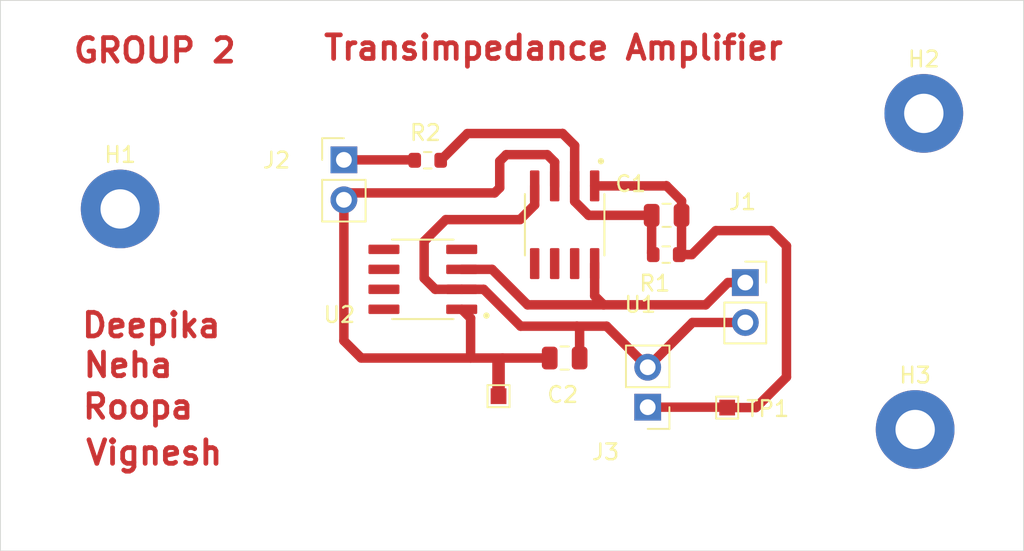
<source format=kicad_pcb>
(kicad_pcb (version 20241229) (generator "pcbnew") (generator_version "9.0")
  (layers (0 "F.Cu" signal) (2 "B.Cu" signal) (13 "F.Paste" user) (15 "B.Paste" user) (5 "F.SilkS" user "F.Silkscreen") (7 "B.SilkS" user "B.Silkscreen") (1 "F.Mask" user) (3 "B.Mask" user) (25 "Edge.Cuts" user))
  (net 0 "")
  (net 1 "/OUT")
  (net 2 "/Vin")
  (net 3 "+9V")
  (net 4 "GND")
  (net 5 "/Vgnd")
  (net 6 "Net-(J2-Pin_1)")
  (footprint "MountingHole:MountingHole_2.5mm_Pad" (layer "F.Cu") (at 158.125 109.8)
    (property "Reference" "H3" (at 0 -3.45 0) (layer "F.SilkS"))
    (property "Value" "MountingHole")
    (pad "1" thru_hole circle (at 0 0) (size 5 5) (drill 2.5) (layers "*.Cu" "*.Mask"))
  )
  (footprint "Capacitor_SMD:C_0805_2012Metric" (layer "F.Cu") (at 142.335 96.18)
    (property "Reference" "C1" (at -2.275 -2 0) (layer "F.SilkS"))
    (property "Value" "318p")
    (fp_line (start -0.261252 -0.735) (end 0.261252 -0.735) (stroke (width 0.12)) (layer "F.SilkS"))
    (fp_line (start -0.261252 0.735) (end 0.261252 0.735) (stroke (width 0.12)) (layer "F.SilkS"))
    (pad "1" smd roundrect (at -0.95 0) (size 1 1.45) (layers "F.Cu" "F.Mask" "F.Paste") (net 2 "/Vin"))
    (pad "2" smd roundrect (at 0.95 0) (size 1 1.45) (layers "F.Cu" "F.Mask" "F.Paste") (net 1 "/OUT"))
  )
  (footprint "MountingHole:MountingHole_2.5mm_Pad" (layer "F.Cu") (at 107.625 95.775)
    (property "Reference" "H1" (at 0 -3.45 0) (layer "F.SilkS"))
    (property "Value" "MountingHole")
    (pad "1" thru_hole circle (at 0 0) (size 5 5) (drill 2.5) (layers "*.Cu" "*.Mask"))
  )
  (footprint "MountingHole:MountingHole_2.5mm_Pad" (layer "F.Cu") (at 158.675 89.7)
    (property "Reference" "H2" (at 0 -3.45 0) (layer "F.SilkS"))
    (property "Value" "MountingHole")
    (pad "1" thru_hole circle (at 0 0) (size 5 5) (drill 2.5) (layers "*.Cu" "*.Mask"))
  )
  (footprint "Resistor_SMD:R_0603_1608Metric" (layer "F.Cu") (at 142.31 98.68 180)
    (property "Reference" "R1" (at 0.725 -1.825 180) (layer "F.SilkS"))
    (property "Value" "5M")
    (fp_line (start -0.237258 0.5225) (end 0.237258 0.5225) (stroke (width 0.12)) (layer "F.SilkS"))
    (fp_line (start -0.237258 -0.5225) (end 0.237258 -0.5225) (stroke (width 0.12)) (layer "F.SilkS"))
    (pad "1" smd roundrect (at -0.825 0 180) (size 0.8 0.95) (layers "F.Cu" "F.Mask" "F.Paste") (net 1 "/OUT"))
    (pad "2" smd roundrect (at 0.825 0 180) (size 0.8 0.95) (layers "F.Cu" "F.Mask" "F.Paste") (net 2 "/Vin"))
  )
  (footprint "Connector_PinSocket_2.54mm:PinSocket_1x02_P2.54mm_Vertical" (layer "F.Cu") (at 147.335 100.455)
    (property "Reference" "J1" (at -0.175 -5.125 0) (layer "F.SilkS"))
    (property "Value" "battery")
    (fp_line (start -1.33 1.27) (end -1.33 3.87) (stroke (width 0.12)) (layer "F.SilkS"))
    (fp_line (start -1.33 1.27) (end 1.33 1.27) (stroke (width 0.12)) (layer "F.SilkS"))
    (fp_line (start -1.33 3.87) (end 1.33 3.87) (stroke (width 0.12)) (layer "F.SilkS"))
    (fp_line (start 0 -1.33) (end 1.33 -1.33) (stroke (width 0.12)) (layer "F.SilkS"))
    (fp_line (start 1.33 -1.33) (end 1.33 0) (stroke (width 0.12)) (layer "F.SilkS"))
    (fp_line (start 1.33 1.27) (end 1.33 3.87) (stroke (width 0.12)) (layer "F.SilkS"))
    (pad "1" thru_hole rect (at 0 0) (size 1.7 1.7) (drill 1) (layers "*.Cu" "*.Mask") (net 3 "+9V"))
    (pad "2" thru_hole circle (at 0 2.54) (size 1.7 1.7) (drill 1) (layers "*.Cu" "*.Mask") (net 4 "GND"))
  )
  (footprint "TIA:SOIC127P599X175-8N" (layer "F.Cu") (at 126.85 100.25 180)
    (property "Reference" "U2" (at 5.3 -2.25 180) (layer "F.SilkS"))
    (property "Value" "TLE2425xD")
    (fp_line (start -1.95 2.525) (end 1.95 2.525) (stroke (width 0.127)) (layer "F.SilkS"))
    (fp_line (start -1.95 -2.525) (end 1.95 -2.525) (stroke (width 0.127)) (layer "F.SilkS"))
    (fp_circle (center -4.04 -2.305) (end -3.94 -2.305) (stroke (width 0.2)) (fill no) (layer "F.SilkS"))
    (pad "1" smd roundrect (at -2.47 -1.905 180) (size 1.97 0.6) (layers "F.Cu" "F.Mask" "F.Paste") (roundrect_rratio 0.125) (net 5 "/Vgnd"))
    (pad "2" smd roundrect (at -2.47 -0.635 180) (size 1.97 0.6) (layers "F.Cu" "F.Mask" "F.Paste") (roundrect_rratio 0.125) (net 4 "GND"))
    (pad "3" smd roundrect (at -2.47 0.635 180) (size 1.97 0.6) (layers "F.Cu" "F.Mask" "F.Paste") (roundrect_rratio 0.125) (net 3 "+9V"))
    (pad "4" smd roundrect (at -2.47 1.905 180) (size 1.97 0.6) (layers "F.Cu" "F.Mask" "F.Paste") (roundrect_rratio 0.125))
    (pad "5" smd roundrect (at 2.47 1.905 180) (size 1.97 0.6) (layers "F.Cu" "F.Mask" "F.Paste") (roundrect_rratio 0.125))
    (pad "6" smd roundrect (at 2.47 0.635 180) (size 1.97 0.6) (layers "F.Cu" "F.Mask" "F.Paste") (roundrect_rratio 0.125))
    (pad "7" smd roundrect (at 2.47 -0.635 180) (size 1.97 0.6) (layers "F.Cu" "F.Mask" "F.Paste") (roundrect_rratio 0.125))
    (pad "8" smd roundrect (at 2.47 -1.905 180) (size 1.97 0.6) (layers "F.Cu" "F.Mask" "F.Paste") (roundrect_rratio 0.125))
  )
  (footprint "TestPoint:TestPoint_Pad_1.0x1.0mm" (layer "F.Cu") (at 131.66 107.68 180)
    (property "Reference" "TP2" (hide yes))
    (property "Value" "Vgnd")
    (fp_line (start 0.7 0.7) (end -0.7 0.7) (stroke (width 0.12)) (layer "F.SilkS"))
    (fp_line (start 0.7 -0.7) (end 0.7 0.7) (stroke (width 0.12)) (layer "F.SilkS"))
    (fp_line (start -0.7 0.7) (end -0.7 -0.7) (stroke (width 0.12)) (layer "F.SilkS"))
    (fp_line (start -0.7 -0.7) (end 0.7 -0.7) (stroke (width 0.12)) (layer "F.SilkS"))
    (pad "1" smd rect (at 0 0 180) (size 1 1) (layers "F.Cu" "F.Mask") (net 5 "/Vgnd"))
  )
  (footprint "TIA:SOIC127P599X175-8N" (layer "F.Cu") (at 135.86 96.78 -90)
    (property "Reference" "U1" (at 5.075 -4.8 180) (layer "F.SilkS"))
    (property "Value" "LMC6482")
    (fp_line (start -1.95 2.525) (end 1.95 2.525) (stroke (width 0.127)) (layer "F.SilkS"))
    (fp_line (start -1.95 -2.525) (end 1.95 -2.525) (stroke (width 0.127)) (layer "F.SilkS"))
    (fp_circle (center -4.04 -2.305) (end -3.94 -2.305) (stroke (width 0.2)) (fill no) (layer "F.SilkS"))
    (pad "1" smd roundrect (at -2.47 -1.905 270) (size 1.97 0.6) (layers "F.Cu" "F.Mask" "F.Paste") (roundrect_rratio 0.125) (net 1 "/OUT"))
    (pad "2" smd roundrect (at -2.47 -0.635 270) (size 1.97 0.6) (layers "F.Cu" "F.Mask" "F.Paste") (roundrect_rratio 0.125) (net 2 "/Vin"))
    (pad "3" smd roundrect (at -2.47 0.635 270) (size 1.97 0.6) (layers "F.Cu" "F.Mask" "F.Paste") (roundrect_rratio 0.125) (net 5 "/Vgnd"))
    (pad "4" smd roundrect (at -2.47 1.905 270) (size 1.97 0.6) (layers "F.Cu" "F.Mask" "F.Paste") (roundrect_rratio 0.125) (net 4 "GND"))
    (pad "5" smd roundrect (at 2.47 1.905 270) (size 1.97 0.6) (layers "F.Cu" "F.Mask" "F.Paste") (roundrect_rratio 0.125))
    (pad "6" smd roundrect (at 2.47 0.635 270) (size 1.97 0.6) (layers "F.Cu" "F.Mask" "F.Paste") (roundrect_rratio 0.125))
    (pad "7" smd roundrect (at 2.47 -0.635 270) (size 1.97 0.6) (layers "F.Cu" "F.Mask" "F.Paste") (roundrect_rratio 0.125))
    (pad "8" smd roundrect (at 2.47 -1.905 270) (size 1.97 0.6) (layers "F.Cu" "F.Mask" "F.Paste") (roundrect_rratio 0.125) (net 3 "+9V"))
  )
  (footprint "TestPoint:TestPoint_Pad_1.0x1.0mm" (layer "F.Cu") (at 146.185 108.405)
    (property "Reference" "TP1" (at 2.575 0.077 0) (layer "F.SilkS"))
    (property "Value" "Vout")
    (fp_line (start -0.7 -0.7) (end 0.7 -0.7) (stroke (width 0.12)) (layer "F.SilkS"))
    (fp_line (start -0.7 0.7) (end -0.7 -0.7) (stroke (width 0.12)) (layer "F.SilkS"))
    (fp_line (start 0.7 -0.7) (end 0.7 0.7) (stroke (width 0.12)) (layer "F.SilkS"))
    (fp_line (start 0.7 0.7) (end -0.7 0.7) (stroke (width 0.12)) (layer "F.SilkS"))
    (pad "1" smd rect (at 0 0) (size 1 1) (layers "F.Cu" "F.Mask") (net 1 "/OUT"))
  )
  (footprint "Resistor_SMD:R_0603_1608Metric" (layer "F.Cu") (at 127.16 92.68 180)
    (property "Reference" "R2" (at 0.15 1.75 180) (layer "F.SilkS"))
    (property "Value" "100")
    (fp_line (start -0.237258 0.5225) (end 0.237258 0.5225) (stroke (width 0.12)) (layer "F.SilkS"))
    (fp_line (start -0.237258 -0.5225) (end 0.237258 -0.5225) (stroke (width 0.12)) (layer "F.SilkS"))
    (pad "1" smd roundrect (at -0.825 0 180) (size 0.8 0.95) (layers "F.Cu" "F.Mask" "F.Paste") (net 2 "/Vin"))
    (pad "2" smd roundrect (at 0.825 0 180) (size 0.8 0.95) (layers "F.Cu" "F.Mask" "F.Paste") (net 6 "Net-(J2-Pin_1)"))
  )
  (footprint "Capacitor_SMD:C_0805_2012Metric" (layer "F.Cu") (at 135.86 105.255)
    (property "Reference" "C2" (at -0.125 2.33 0) (layer "F.SilkS"))
    (property "Value" "100n")
    (fp_line (start -0.261252 -0.735) (end 0.261252 -0.735) (stroke (width 0.12)) (layer "F.SilkS"))
    (fp_line (start -0.261252 0.735) (end 0.261252 0.735) (stroke (width 0.12)) (layer "F.SilkS"))
    (pad "1" smd roundrect (at -0.95 0) (size 1 1.45) (layers "F.Cu" "F.Mask" "F.Paste") (net 5 "/Vgnd"))
    (pad "2" smd roundrect (at 0.95 0) (size 1 1.45) (layers "F.Cu" "F.Mask" "F.Paste") (net 4 "GND"))
  )
  (footprint "Connector_PinHeader_2.54mm:PinHeader_1x02_P2.54mm_Vertical" (layer "F.Cu") (at 121.835 92.655)
    (property "Reference" "J2" (at -4.275 0.025 0) (layer "F.SilkS"))
    (property "Value" "diode")
    (fp_line (start -1.38 -1.38) (end 0 -1.38) (stroke (width 0.12)) (layer "F.SilkS"))
    (fp_line (start -1.38 0) (end -1.38 -1.38) (stroke (width 0.12)) (layer "F.SilkS"))
    (fp_line (start -1.38 1.27) (end -1.38 3.92) (stroke (width 0.12)) (layer "F.SilkS"))
    (fp_line (start -1.38 1.27) (end 1.38 1.27) (stroke (width 0.12)) (layer "F.SilkS"))
    (fp_line (start -1.38 3.92) (end 1.38 3.92) (stroke (width 0.12)) (layer "F.SilkS"))
    (fp_line (start 1.38 1.27) (end 1.38 3.92) (stroke (width 0.12)) (layer "F.SilkS"))
    (pad "1" thru_hole rect (at 0 0) (size 1.7 1.7) (drill 1) (layers "*.Cu" "*.Mask") (net 6 "Net-(J2-Pin_1)"))
    (pad "2" thru_hole circle (at 0 2.54) (size 1.7 1.7) (drill 1) (layers "*.Cu" "*.Mask") (net 5 "/Vgnd"))
  )
  (footprint "Connector_PinHeader_2.54mm:PinHeader_1x02_P2.54mm_Vertical" (layer "F.Cu") (at 141.135 108.38 180)
    (property "Reference" "J3" (at 2.675 -2.85 0) (layer "F.SilkS"))
    (property "Value" "vout")
    (fp_line (start 1.38 1.27) (end 1.38 3.92) (stroke (width 0.12)) (layer "F.SilkS"))
    (fp_line (start -1.38 3.92) (end 1.38 3.92) (stroke (width 0.12)) (layer "F.SilkS"))
    (fp_line (start -1.38 1.27) (end 1.38 1.27) (stroke (width 0.12)) (layer "F.SilkS"))
    (fp_line (start -1.38 1.27) (end -1.38 3.92) (stroke (width 0.12)) (layer "F.SilkS"))
    (fp_line (start -1.38 0) (end -1.38 -1.38) (stroke (width 0.12)) (layer "F.SilkS"))
    (fp_line (start -1.38 -1.38) (end 0 -1.38) (stroke (width 0.12)) (layer "F.SilkS"))
    (pad "1" thru_hole rect (at 0 0 180) (size 1.7 1.7) (drill 1) (layers "*.Cu" "*.Mask") (net 1 "/OUT"))
    (pad "2" thru_hole circle (at 0 2.54 180) (size 1.7 1.7) (drill 1) (layers "*.Cu" "*.Mask") (net 4 "GND"))
  )
  (gr_rect (start 100.015 82.515) (end 165.015 117.515) (stroke (width 0.05)) (fill no) (layer "Edge.Cuts"))
  (gr_text "Vignesh" (at 105.3 112.15 0) (layer "F.Cu") (effects (font (size 1.5 1.5) (thickness 0.3) (bold yes)) (justify left bottom)))
  (gr_text "Transimpedance Amplifier " (at 120.415 86.405 0) (layer "F.Cu") (effects (font (size 1.5 1.5) (thickness 0.3) (bold yes)) (justify left bottom)))
  (gr_text "Neha" (at 105.15 106.575 0) (layer "F.Cu") (effects (font (size 1.5 1.5) (thickness 0.3) (bold yes)) (justify left bottom)))
  (gr_text "Roopa" (at 105.1 109.225 0) (layer "F.Cu") (effects (font (size 1.5 1.5) (thickness 0.3) (bold yes)) (justify left bottom)))
  (gr_text "Deepika" (at 105.05 104.05 0) (layer "F.Cu") (effects (font (size 1.5 1.5) (thickness 0.3) (bold yes)) (justify left bottom)))
  (gr_text "GROUP 2" (at 104.515 86.58 0) (layer "F.Cu") (effects (font (size 1.5 1.5) (thickness 0.3) (bold yes)) (justify left bottom)))
  (segment (start 149.95 98.125) (end 149.95 106.465) (width 0.6) (layer "F.Cu") (net 1))
  (segment (start 143.935 98.68) (end 145.46 97.155) (width 0.6) (layer "F.Cu") (net 1))
  (segment (start 143.285 96.18) (end 143.285 98.53) (width 0.6) (layer "F.Cu") (net 1))
  (segment (start 145.46 97.155) (end 148.98 97.155) (width 0.6) (layer "F.Cu") (net 1))
  (segment (start 141.135 108.38) (end 146.16 108.38) (width 0.6) (layer "F.Cu") (net 1))
  (segment (start 149.95 106.465) (end 148.01 108.405) (width 0.6) (layer "F.Cu") (net 1))
  (segment (start 137.765 94.31) (end 142.315 94.31) (width 0.6) (layer "F.Cu") (net 1))
  (segment (start 143.135 98.68) (end 143.935 98.68) (width 0.6) (layer "F.Cu") (net 1))
  (segment (start 146.16 108.38) (end 146.185 108.405) (width 0.6) (layer "F.Cu") (net 1))
  (segment (start 148.98 97.155) (end 149.95 98.125) (width 0.6) (layer "F.Cu") (net 1))
  (segment (start 143.285 98.53) (end 143.135 98.68) (width 0.6) (layer "F.Cu") (net 1))
  (segment (start 142.315 94.31) (end 142.325 94.3) (width 0.6) (layer "F.Cu") (net 1))
  (segment (start 148.01 108.405) (end 146.185 108.405) (width 0.6) (layer "F.Cu") (net 1))
  (segment (start 143.285 95.26) (end 143.285 96.18) (width 0.6) (layer "F.Cu") (net 1))
  (segment (start 142.325 94.3) (end 143.285 95.26) (width 0.6) (layer "F.Cu") (net 1))
  (segment (start 136.495 91.745) (end 136.495 94.31) (width 0.6) (layer "F.Cu") (net 2))
  (segment (start 135.72 90.98) (end 135.725 90.975) (width 0.6) (layer "F.Cu") (net 2))
  (segment (start 137.380001 96.18) (end 141.385 96.18) (width 0.6) (layer "F.Cu") (net 2))
  (segment (start 141.385 96.18) (end 141.385 98.58) (width 0.6) (layer "F.Cu") (net 2))
  (segment (start 135.725 90.975) (end 136.495 91.745) (width 0.6) (layer "F.Cu") (net 2))
  (segment (start 129.685 90.98) (end 135.72 90.98) (width 0.6) (layer "F.Cu") (net 2))
  (segment (start 141.385 98.58) (end 141.485 98.68) (width 0.6) (layer "F.Cu") (net 2))
  (segment (start 136.495 95.294999) (end 137.380001 96.18) (width 0.6) (layer "F.Cu") (net 2))
  (segment (start 127.985 92.68) (end 129.685 90.98) (width 0.6) (layer "F.Cu") (net 2))
  (segment (start 136.495 94.31) (end 136.495 95.294999) (width 0.6) (layer "F.Cu") (net 2))
  (segment (start 129.32 99.615) (end 131.245 99.615) (width 0.6) (layer "F.Cu") (net 3))
  (segment (start 133.501843 101.871843) (end 138.335 101.871843) (width 0.6) (layer "F.Cu") (net 3))
  (segment (start 137.765 101.301843) (end 138.335 101.871843) (width 0.6) (layer "F.Cu") (net 3))
  (segment (start 137.765 99.25) (end 137.765 101.301843) (width 0.6) (layer "F.Cu") (net 3))
  (segment (start 138.335 101.871843) (end 144.818157 101.871843) (width 0.6) (layer "F.Cu") (net 3))
  (segment (start 146.235 100.455) (end 147.335 100.455) (width 0.6) (layer "F.Cu") (net 3))
  (segment (start 144.818157 101.871843) (end 146.235 100.455) (width 0.6) (layer "F.Cu") (net 3))
  (segment (start 131.245 99.615) (end 133.501843 101.871843) (width 0.6) (layer "F.Cu") (net 3))
  (segment (start 127.64 100.885) (end 126.935 100.18) (width 0.6) (layer "F.Cu") (net 4))
  (segment (start 126.935 100.18) (end 126.935 97.83) (width 0.6) (layer "F.Cu") (net 4))
  (segment (start 133.06 103.23) (end 136.635 103.23) (width 0.6) (layer "F.Cu") (net 4))
  (segment (start 129.32 100.885) (end 127.64 100.885) (width 0.6) (layer "F.Cu") (net 4))
  (segment (start 141.135 105.84) (end 143.98 102.995) (width 0.6) (layer "F.Cu") (net 4))
  (segment (start 136.81 103.405) (end 136.635 103.23) (width 0.6) (layer "F.Cu") (net 4))
  (segment (start 133.955 95.52) (end 133.955 94.31) (width 0.6) (layer "F.Cu") (net 4))
  (segment (start 128.31 96.455) (end 133.02 96.455) (width 0.6) (layer "F.Cu") (net 4))
  (segment (start 133.02 96.455) (end 133.955 95.52) (width 0.6) (layer "F.Cu") (net 4))
  (segment (start 126.935 97.83) (end 128.31 96.455) (width 0.6) (layer "F.Cu") (net 4))
  (segment (start 136.635 103.23) (end 138.525 103.23) (width 0.6) (layer "F.Cu") (net 4))
  (segment (start 140.55 105.255) (end 141.135 105.84) (width 0.6) (layer "F.Cu") (net 4))
  (segment (start 138.525 103.23) (end 141.135 105.84) (width 0.6) (layer "F.Cu") (net 4))
  (segment (start 136.81 105.255) (end 136.81 103.405) (width 0.6) (layer "F.Cu") (net 4))
  (segment (start 130.715 100.885) (end 133.06 103.23) (width 0.6) (layer "F.Cu") (net 4))
  (segment (start 129.32 100.885) (end 130.715 100.885) (width 0.6) (layer "F.Cu") (net 4))
  (segment (start 143.98 102.995) (end 147.335 102.995) (width 0.6) (layer "F.Cu") (net 4))
  (segment (start 132.15 92.325) (end 134.755 92.325) (width 0.6) (layer "F.Cu") (net 5))
  (segment (start 129.885 105.255) (end 131.91 105.255) (width 0.6) (layer "F.Cu") (net 5))
  (segment (start 122.935 105.255) (end 129.885 105.255) (width 0.6) (layer "F.Cu") (net 5))
  (segment (start 121.835 95.195) (end 121.835 104.155) (width 0.6) (layer "F.Cu") (net 5))
  (segment (start 121.835 95.195) (end 122.275 94.755) (width 0.6) (layer "F.Cu") (net 5))
  (segment (start 134.755 92.325) (end 135.225 92.795) (width 0.6) (layer "F.Cu") (net 5))
  (segment (start 122.275 94.755) (end 131.41 94.755) (width 0.6) (layer "F.Cu") (net 5))
  (segment (start 129.32 102.155) (end 129.885 102.72) (width 0.6) (layer "F.Cu") (net 5))
  (segment (start 121.835 104.155) (end 122.935 105.255) (width 0.6) (layer "F.Cu") (net 5))
  (segment (start 135.225 92.795) (end 135.225 94.31) (width 0.6) (layer "F.Cu") (net 5))
  (segment (start 131.91 105.255) (end 134.91 105.255) (width 0.6) (layer "F.Cu") (net 5))
  (segment (start 131.735 92.74) (end 132.15 92.325) (width 0.6) (layer "F.Cu") (net 5))
  (segment (start 131.735 94.43) (end 131.735 92.74) (width 0.6) (layer "F.Cu") (net 5))
  (segment (start 131.66 107.68) (end 131.66 105.505) (width 0.8) (layer "F.Cu") (net 5))
  (segment (start 129.885 102.72) (end 129.885 105.255) (width 0.6) (layer "F.Cu") (net 5))
  (segment (start 131.41 94.755) (end 131.735 94.43) (width 0.6) (layer "F.Cu") (net 5))
  (segment (start 121.835 92.655) (end 126.31 92.655) (width 0.6) (layer "F.Cu") (net 6))
)
</source>
